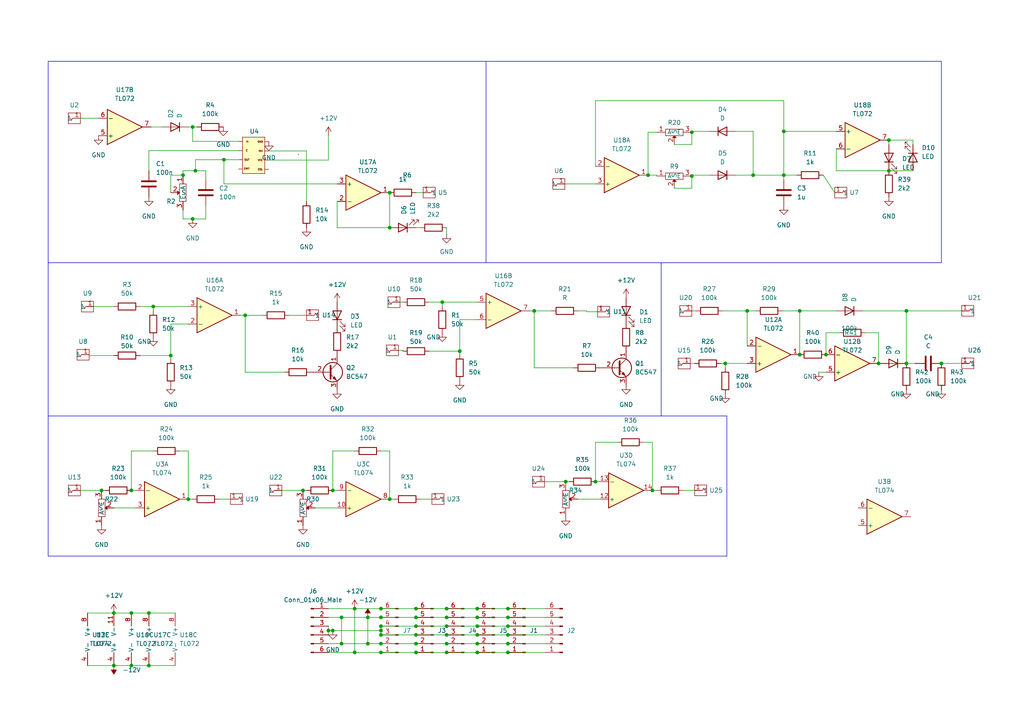
<source format=kicad_sch>
(kicad_sch (version 20230121) (generator eeschema)
  (paper "A4")
  (title_block (title "Utility by github.com/Fihdi"))
  (lib_symbols
    (symbol "Amplifier_Operational:TL072" (pin_names (offset 0.127))
      (property "Reference" "U" (at 0 5.08 0))
      (property "Value" "TL072" (at 0 -5.08 0))
      (symbol "TL072_1_1"
        (pin output line (at 7.62 0 180) (length 2.54) (name "~") (number "1"))
        (pin input line (at -7.62 -2.54 0) (length 2.54) (name "-") (number "2"))
        (pin input line (at -7.62 2.54 0) (length 2.54) (name "+") (number "3"))
      )
      (symbol "TL072_2_1"
        (pin input line (at -7.62 2.54 0) (length 2.54) (name "+") (number "5"))
        (pin input line (at -7.62 -2.54 0) (length 2.54) (name "-") (number "6"))
        (pin output line (at 7.62 0 180) (length 2.54) (name "~") (number "7"))
      )
      (symbol "TL072_3_1"
        (pin power_in line (at -2.54 -7.62 90) (length 3.81) (name "V-") (number "4"))
        (pin power_in line (at -2.54 7.62 270) (length 3.81) (name "V+") (number "8"))
      )
    )
    (symbol "Amplifier_Operational:TL074" (pin_names (offset 0.127))
      (property "Reference" "U" (at 0 5.08 0))
      (property "Value" "TL074" (at 0 -5.08 0))
      (symbol "TL074_1_1"
        (pin output line (at 7.62 0 180) (length 2.54) (name "~") (number "1"))
        (pin input line (at -7.62 -2.54 0) (length 2.54) (name "-") (number "2"))
        (pin input line (at -7.62 2.54 0) (length 2.54) (name "+") (number "3"))
      )
      (symbol "TL074_2_1"
        (pin input line (at -7.62 2.54 0) (length 2.54) (name "+") (number "5"))
        (pin input line (at -7.62 -2.54 0) (length 2.54) (name "-") (number "6"))
        (pin output line (at 7.62 0 180) (length 2.54) (name "~") (number "7"))
      )
      (symbol "TL074_3_1"
        (pin input line (at -7.62 2.54 0) (length 2.54) (name "+") (number "10"))
        (pin output line (at 7.62 0 180) (length 2.54) (name "~") (number "8"))
        (pin input line (at -7.62 -2.54 0) (length 2.54) (name "-") (number "9"))
      )
      (symbol "TL074_4_1"
        (pin input line (at -7.62 2.54 0) (length 2.54) (name "+") (number "12"))
        (pin input line (at -7.62 -2.54 0) (length 2.54) (name "-") (number "13"))
        (pin output line (at 7.62 0 180) (length 2.54) (name "~") (number "14"))
      )
      (symbol "TL074_5_1"
        (pin power_in line (at -2.54 -7.62 90) (length 3.81) (name "V-") (number "11"))
        (pin power_in line (at -2.54 7.62 270) (length 3.81) (name "V+") (number "4"))
      )
    )
    (symbol "Connector:Conn_01x06_Male" (pin_names (offset 1.016) hide)
      (property "Reference" "J" (at 0 7.62 0))
      (property "Value" "Conn_01x06_Male" (at 0 -10.16 0))
      (symbol "Conn_01x06_Male_1_1"
        (pin passive line (at 5.08 5.08 180) (length 3.81) (name "Pin_1") (number "1"))
        (pin passive line (at 5.08 2.54 180) (length 3.81) (name "Pin_2") (number "2"))
        (pin passive line (at 5.08 0 180) (length 3.81) (name "Pin_3") (number "3"))
        (pin passive line (at 5.08 -2.54 180) (length 3.81) (name "Pin_4") (number "4"))
        (pin passive line (at 5.08 -5.08 180) (length 3.81) (name "Pin_5") (number "5"))
        (pin passive line (at 5.08 -7.62 180) (length 3.81) (name "Pin_6") (number "6"))
      )
    )
    (symbol "Device:C" (pin_numbers hide) (pin_names (offset 0.254))
      (property "Reference" "C" (at 0.635 2.54 0))
      (property "Value" "C" (at 0.635 -2.54 0))
      (symbol "C_1_1"
        (pin passive line (at 0 3.81 270) (length 2.794) (name "~") (number "1"))
        (pin passive line (at 0 -3.81 90) (length 2.794) (name "~") (number "2"))
      )
    )
    (symbol "Device:D" (pin_numbers hide) (pin_names (offset 1.016) hide)
      (property "Reference" "D" (at 0 2.54 0))
      (property "Value" "D" (at 0 -2.54 0))
      (symbol "D_1_1"
        (pin passive line (at -3.81 0 0) (length 2.54) (name "K") (number "1"))
        (pin passive line (at 3.81 0 180) (length 2.54) (name "A") (number "2"))
      )
    )
    (symbol "Device:LED" (pin_numbers hide) (pin_names (offset 1.016) hide)
      (property "Reference" "D" (at 0 2.54 0))
      (property "Value" "LED" (at 0 -2.54 0))
      (symbol "LED_1_1"
        (pin passive line (at -3.81 0 0) (length 2.54) (name "K") (number "1"))
        (pin passive line (at 3.81 0 180) (length 2.54) (name "A") (number "2"))
      )
    )
    (symbol "Device:R" (pin_numbers hide) (pin_names (offset 0))
      (property "Reference" "R" (at 2.032 0 90))
      (property "Value" "R" (at 0 0 90))
      (symbol "R_1_1"
        (pin passive line (at 0 3.81 270) (length 1.27) (name "~") (number "1"))
        (pin passive line (at 0 -3.81 90) (length 1.27) (name "~") (number "2"))
      )
    )
    (symbol "HEJ:AlpsPot"
      (property "Reference" "R" (at -6.35 2.54 0))
      (symbol "AlpsPot_1_1"
        (pin passive line (at -3.556 -3.81 90) (length 2.54) (name "A") (number "1"))
        (pin passive line (at 0 1.27 180) (length 2.54) (name "S") (number "2"))
        (pin passive line (at -3.556 6.35 270) (length 2.54) (name "E") (number "3"))
        (pin no_connect line (at -11.684 0 270) (length 2.54) hide (name "NC") (number "4"))
        (pin no_connect line (at -13.716 0 270) (length 2.54) hide (name "NC") (number "5"))
        (pin no_connect line (at -16.002 0 270) (length 2.54) hide (name "NC") (number "6"))
      )
    )
    (symbol "HEJ:Aux_flush"
      (property "Reference" "U" (at -0.0508 5.3848 0))
      (symbol "Aux_flush_1_1"
        (pin bidirectional line (at 1.7272 0 180) (length 2) (name "1") (number "1"))
      )
    )
    (symbol "HEJ:LM2907"
      (property "Reference" "U" (at 0.0508 4.826 0))
      (symbol "LM2907_0_0"
        (text "C" (at -2.0828 -0.4572 0) (effects (font (size 0.5 0.5))))
        (text "COL" (at 1.8288 -5.9436 0) (effects (font (size 0.5 0.5))))
        (text "EMIT" (at -2.0828 -5.7404 0) (effects (font (size 0.5 0.5))))
        (text "GND" (at 1.8288 2.0828 0) (effects (font (size 0.5 0.5))))
        (text "In" (at -1.9304 2.1336 0) (effects (font (size 0.5 0.5))))
        (text "INV" (at 1.9304 -0.6096 0) (effects (font (size 0.5 0.5))))
        (text "OUT" (at -2.032 -3.1496 0) (effects (font (size 0.5 0.5))))
        (text "VCC" (at 1.8288 -3.2512 0) (effects (font (size 0.5 0.5))))
      )
      (symbol "LM2907_1_1"
        (pin input line (at -4.3688 2.1844 180) (length 2.54) hide (name "1") (number "1"))
        (pin input line (at -4.4704 -0.508 180) (length 2.54) hide (name "2") (number "2"))
        (pin input line (at -4.4196 -3.1496 180) (length 2.54) hide (name "3") (number "3"))
        (pin input line (at -4.4704 -5.842 180) (length 2.54) hide (name "4") (number "4"))
        (pin input line (at 4.2164 -5.9436 180) (length 2.54) hide (name "5") (number "5"))
        (pin input line (at 4.318 -3.2512 180) (length 2.54) hide (name "6") (number "6"))
        (pin input line (at 4.2164 -0.6096 180) (length 2.54) hide (name "7") (number "7"))
        (pin input line (at 4.318 2.0828 180) (length 2.54) hide (name "8") (number "8"))
      )
    )
    (symbol "Transistor_BJT:BC547" (pin_names (offset 0) hide)
      (property "Reference" "Q" (at 5.08 1.905 0))
      (property "Value" "BC547" (at 5.08 0 0))
      (symbol "BC547_1_1"
        (pin passive line (at 2.54 5.08 270) (length 2.54) (name "C") (number "1"))
        (pin input line (at -5.08 0 0) (length 5.08) (name "B") (number "2"))
        (pin passive line (at 2.54 -5.08 90) (length 2.54) (name "E") (number "3"))
      )
    )
    (symbol "power:+12V" (power) (pin_names (offset 0))
      (property "Value" "+12V" (at 0 3.556 0))
      (symbol "+12V_1_1"
        (pin power_in line (at 0 0 90) (length 0) hide (name "+12V") (number "1"))
      )
    )
    (symbol "power:-12V" (power) (pin_names (offset 0))
      (property "Value" "-12V" (at 0 3.81 0))
      (symbol "-12V_0_0"
        (pin power_in line (at 0 0 90) (length 0) hide (name "-12V") (number "1"))
      )
    )
    (symbol "power:GND" (power) (pin_names (offset 0))
      (property "Value" "GND" (at 0 -3.81 0))
      (symbol "GND_1_1"
        (pin power_in line (at 0 0 270) (length 0) hide (name "GND") (number "1"))
      )
    )
  )
  (junction (at 147.32 189.23))
  (junction (at 71.12 91.44))
  (junction (at 227.33 50.8))
  (junction (at 129.54 189.23))
  (junction (at 38.1 193.04))
  (junction (at 227.33 38.1))
  (junction (at 231.9528 90.17))
  (junction (at 99.06 186.69))
  (junction (at 33.02 177.8))
  (junction (at 96.52 182.88))
  (junction (at 106.68 179.07))
  (junction (at 44.45 88.9))
  (junction (at 257.81 49.53))
  (junction (at 120.65 189.23))
  (junction (at 200.66 38.354))
  (junction (at 147.32 179.07))
  (junction (at 120.65 181.61))
  (junction (at 147.32 176.53))
  (junction (at 200.66 51.054))
  (junction (at 43.18 193.04))
  (junction (at 120.65 176.53))
  (junction (at 120.65 186.69))
  (junction (at 138.43 176.53))
  (junction (at 33.02 193.04))
  (junction (at 102.87 189.23))
  (junction (at 254.8128 105.41))
  (junction (at 129.54 186.69))
  (junction (at 49.53 103.124))
  (junction (at 133.35 101.854))
  (junction (at 110.49 184.15))
  (junction (at 120.65 184.15))
  (junction (at 147.32 186.69))
  (junction (at 110.49 176.53))
  (junction (at 110.49 181.61))
  (junction (at 95.25 182.88))
  (junction (at 189.23 142.24))
  (junction (at 147.32 181.61))
  (junction (at 262.89 105.41))
  (junction (at 216.7128 90.17))
  (junction (at 64.9456 46.3296))
  (junction (at 187.96 50.8))
  (junction (at 55.88 36.83))
  (junction (at 53.086 50.8))
  (junction (at 262.89 90.17))
  (junction (at 113.03 66.04))
  (junction (at 147.32 184.15))
  (junction (at 128.27 87.63))
  (junction (at 102.87 176.53))
  (junction (at 218.44 50.8))
  (junction (at 138.43 189.23))
  (junction (at 54.61 144.78))
  (junction (at 273.05 105.41))
  (junction (at 113.03 55.88))
  (junction (at 129.54 179.07))
  (junction (at 110.49 179.07))
  (junction (at 96.52 142.24))
  (junction (at 38.1 142.24))
  (junction (at 172.72 139.7))
  (junction (at 55.88 63.5))
  (junction (at 120.65 179.07))
  (junction (at 87.884 142.24))
  (junction (at 106.68 186.69))
  (junction (at 138.43 179.07))
  (junction (at 129.54 176.53))
  (junction (at 113.03 144.78))
  (junction (at 110.49 189.23))
  (junction (at 154.94 90.17))
  (junction (at 138.43 181.61))
  (junction (at 110.49 186.69))
  (junction (at 231.9528 102.87))
  (junction (at 129.54 184.15))
  (junction (at 43.18 177.8))
  (junction (at 29.464 142.24))
  (junction (at 257.81 40.64))
  (junction (at 129.54 181.61))
  (junction (at 56.6896 49.53))
  (junction (at 138.43 184.15))
  (junction (at 99.06 179.07))
  (junction (at 210.3628 105.41))
  (junction (at 239.5728 102.87))
  (junction (at 164.084 139.7))
  (junction (at 38.1 177.8))
  (junction (at 110.49 182.88))
  (junction (at 138.43 186.69))
  (wire (pts (xy 227.33 50.8) (xy 227.33 52.07)))
  (wire (pts (xy 49.53 50.8) (xy 53.086 50.8)))
  (wire (pts (xy 154.94 90.17) (xy 160.02 90.17)))
  (wire (pts (xy 106.68 186.69) (xy 110.49 186.69)))
  (wire (pts (xy 138.43 186.69) (xy 147.32 186.69)))
  (wire (pts (xy 55.88 40.9956) (xy 69.2912 40.9956)))
  (wire (pts (xy 71.12 107.95) (xy 82.55 107.95)))
  (polyline (pts (xy 273.05 76.2) (xy 191.77 76.2)))
  (wire (pts (xy 147.32 176.53) (xy 158.115 176.53)))
  (wire (pts (xy 71.12 91.44) (xy 76.2 91.44)))
  (wire (pts (xy 23.3172 142.24) (xy 29.464 142.24)))
  (wire (pts (xy 133.35 101.854) (xy 133.35 102.87)))
  (wire (pts (xy 110.49 189.23) (xy 120.65 189.23)))
  (wire (pts (xy 25.8572 103.124) (xy 33.02 103.124)))
  (wire (pts (xy 172.72 29.21) (xy 227.33 29.21)))
  (wire (pts (xy 264.795 40.64) (xy 264.795 41.91)))
  (wire (pts (xy 147.32 184.15) (xy 158.115 184.15)))
  (wire (pts (xy 54.61 130.81) (xy 52.07 130.81)))
  (wire (pts (xy 25.4 193.04) (xy 33.02 193.04)))
  (wire (pts (xy 209.0928 105.41) (xy 210.3628 105.41)))
  (wire (pts (xy 59.69 49.53) (xy 59.69 52.07)))
  (wire (pts (xy 49.53 103.124) (xy 49.53 104.14)))
  (wire (pts (xy 95.25 186.69) (xy 99.06 186.69)))
  (wire (pts (xy 38.1 177.8) (xy 43.18 177.8)))
  (wire (pts (xy 53.086 50.8) (xy 53.086 49.53)))
  (wire (pts (xy 147.32 186.69) (xy 158.115 186.69)))
  (wire (pts (xy 121.92 144.78) (xy 125.2728 144.78)))
  (wire (pts (xy 54.61 144.78) (xy 54.61 130.81)))
  (wire (pts (xy 242.57 43.18) (xy 242.57 49.53)))
  (wire (pts (xy 71.12 91.44) (xy 71.12 107.95)))
  (wire (pts (xy 163.83 53.34) (xy 172.72 53.34)))
  (polyline (pts (xy 191.77 120.65) (xy 210.82 120.65)))
  (polyline (pts (xy 13.97 120.65) (xy 13.97 161.29)))
  (wire (pts (xy 250.19 90.17) (xy 262.89 90.17)))
  (wire (pts (xy 198.12 142.24) (xy 201.4728 142.24)))
  (wire (pts (xy 157.9372 139.7) (xy 164.084 139.7)))
  (wire (pts (xy 138.43 179.07) (xy 147.32 179.07)))
  (wire (pts (xy 97.79 66.04) (xy 113.03 66.04)))
  (wire (pts (xy 262.89 105.41) (xy 265.43 105.41)))
  (wire (pts (xy 172.72 48.26) (xy 172.72 29.21)))
  (wire (pts (xy 69.2404 46.3296) (xy 64.9456 46.3296)))
  (wire (pts (xy 44.45 88.9) (xy 54.61 88.9)))
  (wire (pts (xy 120.65 179.07) (xy 129.54 179.07)))
  (wire (pts (xy 172.72 128.27) (xy 179.07 128.27)))
  (wire (pts (xy 110.49 176.53) (xy 120.65 176.53)))
  (wire (pts (xy 38.1 193.04) (xy 43.18 193.04)))
  (wire (pts (xy 200.66 41.91) (xy 200.66 38.354)))
  (wire (pts (xy 95.25 39.37) (xy 95.25 46.4312)))
  (polyline (pts (xy 273.05 17.78) (xy 273.05 76.2)))
  (wire (pts (xy 187.96 50.8) (xy 187.96 38.354)))
  (wire (pts (xy 124.46 101.854) (xy 133.35 101.854)))
  (wire (pts (xy 99.06 179.07) (xy 99.06 186.69)))
  (wire (pts (xy 102.87 176.53) (xy 110.49 176.53)))
  (wire (pts (xy 251.0028 96.52) (xy 254.8128 96.52)))
  (wire (pts (xy 257.81 49.53) (xy 264.795 49.53)))
  (wire (pts (xy 138.43 181.61) (xy 147.32 181.61)))
  (wire (pts (xy 64.9456 46.3296) (xy 56.6896 46.3296)))
  (wire (pts (xy 110.49 181.61) (xy 110.49 182.88)))
  (wire (pts (xy 154.94 106.68) (xy 166.37 106.68)))
  (wire (pts (xy 164.084 139.7) (xy 165.1 139.7)))
  (wire (pts (xy 120.65 184.15) (xy 129.54 184.15)))
  (wire (pts (xy 95.25 181.61) (xy 95.25 182.88)))
  (wire (pts (xy 120.65 186.69) (xy 129.54 186.69)))
  (wire (pts (xy 49.53 93.98) (xy 54.61 93.98)))
  (wire (pts (xy 87.884 142.24) (xy 88.9 142.24)))
  (wire (pts (xy 25.8572 103.124) (xy 25.8572 102.87)))
  (wire (pts (xy 81.7372 142.24) (xy 87.884 142.24)))
  (wire (pts (xy 129.54 67.945) (xy 129.54 66.04)))
  (polyline (pts (xy 140.97 17.78) (xy 273.05 17.78)))
  (polyline (pts (xy 140.97 17.78) (xy 140.97 76.2)))
  (wire (pts (xy 63.5 144.78) (xy 66.8528 144.78)))
  (wire (pts (xy 129.54 179.07) (xy 138.43 179.07)))
  (wire (pts (xy 56.6896 49.53) (xy 59.69 49.53)))
  (wire (pts (xy 77.8764 43.7896) (xy 88.9 43.7896)))
  (wire (pts (xy 200.2028 105.41) (xy 201.4728 105.41)))
  (wire (pts (xy 110.49 186.69) (xy 120.65 186.69)))
  (wire (pts (xy 154.94 90.17) (xy 153.67 90.17)))
  (wire (pts (xy 273.05 105.41) (xy 278.9428 105.41)))
  (wire (pts (xy 43.18 193.04) (xy 50.8 193.04)))
  (wire (pts (xy 189.23 142.24) (xy 190.5 142.24)))
  (wire (pts (xy 120.65 176.53) (xy 129.54 176.53)))
  (wire (pts (xy 187.96 50.8) (xy 190.5 50.8)))
  (wire (pts (xy 195.58 54.61) (xy 200.66 54.61)))
  (wire (pts (xy 33.02 193.04) (xy 38.1 193.04)))
  (polyline (pts (xy 13.97 161.29) (xy 210.82 161.29)))
  (wire (pts (xy 95.25 179.07) (xy 99.06 179.07)))
  (wire (pts (xy 216.7128 90.17) (xy 219.2528 90.17)))
  (wire (pts (xy 227.33 50.8) (xy 231.14 50.8)))
  (wire (pts (xy 200.66 50.8) (xy 205.74 50.8)))
  (wire (pts (xy 218.44 50.8) (xy 227.33 50.8)))
  (wire (pts (xy 43.815 36.83) (xy 46.99 36.83)))
  (wire (pts (xy 53.086 49.53) (xy 56.6896 49.53)))
  (wire (pts (xy 172.72 128.27) (xy 172.72 139.7)))
  (wire (pts (xy 29.464 142.24) (xy 30.48 142.24)))
  (polyline (pts (xy 13.97 120.65) (xy 13.97 76.2)))
  (wire (pts (xy 227.33 38.1) (xy 227.33 50.8)))
  (wire (pts (xy 239.5728 102.87) (xy 239.5728 96.52)))
  (wire (pts (xy 262.89 90.17) (xy 262.89 105.41)))
  (wire (pts (xy 237.49 107.95) (xy 239.5728 107.95)))
  (wire (pts (xy 71.12 91.44) (xy 69.85 91.44)))
  (wire (pts (xy 113.03 66.04) (xy 113.03 55.88)))
  (wire (pts (xy 210.3628 105.41) (xy 210.3628 106.68)))
  (wire (pts (xy 213.36 38.1) (xy 218.44 38.1)))
  (wire (pts (xy 124.46 87.63) (xy 128.27 87.63)))
  (wire (pts (xy 25.4 177.8) (xy 33.02 177.8)))
  (wire (pts (xy 110.49 181.61) (xy 120.65 181.61)))
  (wire (pts (xy 49.53 55.88) (xy 49.53 50.8)))
  (wire (pts (xy 170.18 90.424) (xy 170.18 90.17)))
  (wire (pts (xy 113.03 144.78) (xy 113.03 130.81)))
  (wire (pts (xy 83.82 91.44) (xy 88.9 91.44)))
  (wire (pts (xy 95.25 182.88) (xy 96.52 182.88)))
  (wire (pts (xy 53.086 60.96) (xy 53.086 63.5)))
  (wire (pts (xy 110.49 182.88) (xy 110.49 184.15)))
  (wire (pts (xy 138.43 189.23) (xy 147.32 189.23)))
  (wire (pts (xy 96.52 130.81) (xy 102.87 130.81)))
  (wire (pts (xy 231.9528 102.87) (xy 231.9528 90.17)))
  (wire (pts (xy 99.06 179.07) (xy 106.68 179.07)))
  (wire (pts (xy 209.55 90.17) (xy 216.7128 90.17)))
  (polyline (pts (xy 13.97 17.78) (xy 140.97 17.78)))
  (wire (pts (xy 102.87 176.53) (xy 102.87 189.23)))
  (wire (pts (xy 40.64 103.124) (xy 49.53 103.124)))
  (polyline (pts (xy 191.77 76.2) (xy 191.77 120.65)))
  (wire (pts (xy 27.1272 88.9) (xy 33.02 88.9)))
  (wire (pts (xy 56.6896 46.3296) (xy 56.6896 49.53)))
  (wire (pts (xy 129.54 186.69) (xy 138.43 186.69)))
  (wire (pts (xy 64.9456 53.34) (xy 64.9456 46.3296)))
  (wire (pts (xy 102.87 189.23) (xy 110.49 189.23)))
  (polyline (pts (xy 191.77 120.65) (xy 13.97 120.65)))
  (wire (pts (xy 173.3249 90.424) (xy 170.18 90.424)))
  (wire (pts (xy 96.52 142.24) (xy 97.79 142.24)))
  (wire (pts (xy 129.54 181.61) (xy 138.43 181.61)))
  (wire (pts (xy 238.76 50.8) (xy 242.1128 55.88)))
  (wire (pts (xy 106.68 179.07) (xy 106.68 186.69)))
  (wire (pts (xy 190.5 50.8) (xy 190.5 51.054)))
  (wire (pts (xy 33.02 147.32) (xy 39.37 147.32)))
  (wire (pts (xy 97.79 53.34) (xy 64.9456 53.34)))
  (wire (pts (xy 200.66 38.1) (xy 200.66 38.354)))
  (wire (pts (xy 116.84 101.6) (xy 116.84 101.854)))
  (wire (pts (xy 254.8128 105.41) (xy 255.27 105.41)))
  (wire (pts (xy 167.64 144.78) (xy 173.99 144.78)))
  (wire (pts (xy 113.03 130.81) (xy 110.49 130.81)))
  (wire (pts (xy 189.23 128.27) (xy 186.69 128.27)))
  (wire (pts (xy 172.72 139.7) (xy 173.99 139.7)))
  (wire (pts (xy 216.7128 100.33) (xy 216.7128 90.17)))
  (wire (pts (xy 95.25 182.88) (xy 95.25 184.15)))
  (wire (pts (xy 200.66 38.1) (xy 205.74 38.1)))
  (wire (pts (xy 38.1 130.81) (xy 44.45 130.81)))
  (wire (pts (xy 133.35 101.854) (xy 133.35 92.71)))
  (wire (pts (xy 33.02 177.8) (xy 38.1 177.8)))
  (wire (pts (xy 40.64 88.9) (xy 44.45 88.9)))
  (wire (pts (xy 110.49 184.15) (xy 120.65 184.15)))
  (wire (pts (xy 97.79 58.42) (xy 97.79 66.04)))
  (wire (pts (xy 218.44 38.1) (xy 218.44 50.8)))
  (wire (pts (xy 49.53 103.124) (xy 49.53 93.98)))
  (wire (pts (xy 213.36 50.8) (xy 218.44 50.8)))
  (wire (pts (xy 91.44 147.32) (xy 97.79 147.32)))
  (wire (pts (xy 99.06 186.69) (xy 106.68 186.69)))
  (wire (pts (xy 120.65 181.61) (xy 129.54 181.61)))
  (wire (pts (xy 55.88 63.5) (xy 59.69 63.5)))
  (wire (pts (xy 113.03 144.78) (xy 114.3 144.78)))
  (wire (pts (xy 200.66 50.8) (xy 200.66 51.054)))
  (wire (pts (xy 227.33 38.1) (xy 242.57 38.1)))
  (wire (pts (xy 106.68 179.07) (xy 110.49 179.07)))
  (wire (pts (xy 53.086 63.5) (xy 55.88 63.5)))
  (wire (pts (xy 95.25 176.53) (xy 102.87 176.53)))
  (wire (pts (xy 129.54 176.53) (xy 138.43 176.53)))
  (wire (pts (xy 239.5728 96.52) (xy 243.3828 96.52)))
  (wire (pts (xy 96.52 130.81) (xy 96.52 142.24)))
  (wire (pts (xy 116.0272 87.63) (xy 116.84 87.63)))
  (polyline (pts (xy 13.97 17.78) (xy 13.97 76.2)))
  (wire (pts (xy 128.27 87.63) (xy 138.43 87.63)))
  (wire (pts (xy 147.32 181.61) (xy 158.115 181.61)))
  (wire (pts (xy 96.52 182.88) (xy 110.49 182.88)))
  (wire (pts (xy 54.61 144.78) (xy 55.88 144.78)))
  (wire (pts (xy 43.18 43.688) (xy 43.18 49.53)))
  (wire (pts (xy 23.3172 34.29) (xy 28.575 34.29)))
  (wire (pts (xy 231.9528 90.17) (xy 242.57 90.17)))
  (wire (pts (xy 38.1 130.81) (xy 38.1 142.24)))
  (wire (pts (xy 189.23 142.24) (xy 189.23 128.27)))
  (wire (pts (xy 254.8128 105.41) (xy 254.8128 96.52)))
  (wire (pts (xy 262.89 90.17) (xy 278.9428 90.17)))
  (wire (pts (xy 138.43 176.53) (xy 147.32 176.53)))
  (wire (pts (xy 59.69 63.5) (xy 59.69 59.69)))
  (wire (pts (xy 120.65 66.04) (xy 121.92 66.04)))
  (wire (pts (xy 69.1896 43.688) (xy 43.18 43.688)))
  (wire (pts (xy 54.61 36.83) (xy 55.88 36.83)))
  (wire (pts (xy 38.1 142.24) (xy 39.37 142.24)))
  (wire (pts (xy 200.66 54.61) (xy 200.66 51.054)))
  (wire (pts (xy 95.25 189.23) (xy 102.87 189.23)))
  (polyline (pts (xy 140.97 76.2) (xy 191.77 76.2)))
  (wire (pts (xy 200.66 90.17) (xy 201.93 90.17)))
  (wire (pts (xy 88.9 58.42) (xy 88.9 43.7896)))
  (wire (pts (xy 257.81 41.91) (xy 257.81 40.64)))
  (wire (pts (xy 227.33 29.21) (xy 227.33 38.1)))
  (wire (pts (xy 242.57 49.53) (xy 257.81 49.53)))
  (wire (pts (xy 154.94 90.17) (xy 154.94 106.68)))
  (polyline (pts (xy 210.82 161.29) (xy 210.82 120.65)))
  (wire (pts (xy 226.8728 90.17) (xy 231.9528 90.17)))
  (wire (pts (xy 43.18 177.8) (xy 50.8 177.8)))
  (wire (pts (xy 55.88 36.83) (xy 57.15 36.83)))
  (polyline (pts (xy 140.97 76.2) (xy 13.97 76.2)))
  (wire (pts (xy 115.57 101.6) (xy 116.84 101.6)))
  (wire (pts (xy 195.58 41.91) (xy 200.66 41.91)))
  (wire (pts (xy 133.35 92.71) (xy 138.43 92.71)))
  (wire (pts (xy 110.49 179.07) (xy 120.65 179.07)))
  (wire (pts (xy 187.96 38.354) (xy 190.5 38.354)))
  (wire (pts (xy 257.81 40.64) (xy 264.795 40.64)))
  (wire (pts (xy 128.27 87.63) (xy 128.27 88.9)))
  (wire (pts (xy 138.43 184.15) (xy 147.32 184.15)))
  (wire (pts (xy 210.3628 105.41) (xy 216.7128 105.41)))
  (wire (pts (xy 147.32 189.23) (xy 158.115 189.23)))
  (wire (pts (xy 120.65 189.23) (xy 129.54 189.23)))
  (wire (pts (xy 55.88 36.83) (xy 55.88 40.9956)))
  (wire (pts (xy 147.32 179.07) (xy 158.115 179.07)))
  (wire (pts (xy 95.25 46.4312) (xy 77.978 46.4312)))
  (wire (pts (xy 167.64 90.17) (xy 170.18 90.17)))
  (wire (pts (xy 129.54 189.23) (xy 138.43 189.23)))
  (wire (pts (xy 120.65 55.88) (xy 122.7328 55.88)))
  (wire (pts (xy 129.54 184.15) (xy 138.43 184.15)))
  (wire (pts (xy 44.45 88.9) (xy 44.45 90.17)))
  (symbol (lib_id "power:GND") (at 227.33 59.69 0) (unit 1)
    (property "Reference" "#PWR0104" (effects hide))
    (property "Value" "GND" (at 227.33 65.2781 0))
  )
  (symbol (lib_id "power:GND") (at 43.18 57.15 0) (unit 1)
    (property "Reference" "#PWR0114" (effects hide))
    (property "Value" "GND" (at 43.18 62.7381 0))
  )
  (symbol (lib_id "Device:D") (at 50.8 36.83 180) (unit 1)
    (property "Reference" "D2" (at 49.5299 34.29 90) (effects (justify right)))
    (property "Value" "D" (at 52.0699 34.29 90) (effects (justify right)))
    (property "Footprint" "Diode_THT:D_A-405_P7.62mm_Horizontal" (effects hide))
  )
  (symbol (lib_id "power:+12V") (at 33.02 177.8 0) (unit 1)
    (property "Reference" "#PWR0108" (effects hide))
    (property "Value" "+12V" (at 33.02 172.72 0))
  )
  (symbol (lib_id "HEJ:Aux_flush") (at 198.4756 105.41 0) (unit 1)
    (property "Reference" "U15" (at 198.4502 101.6 0))
    (property "Value" "Aux_flush" (effects hide))
    (property "Footprint" "Library:aux_flush" (effects hide))
  )
  (symbol (lib_id "HEJ:AlpsPot") (at 33.02 148.59 0) (unit 1)
    (property "Reference" "R22" (at 34.29 144.78 0) (effects (justify right)))
    (property "Value" "AlpsPot" (effects hide))
    (property "Footprint" "pretties:AlpsPot" (effects hide))
  )
  (symbol (lib_id "Amplifier_Operational:TL074") (at 105.41 144.78 0) (mirror x) (unit 3)
    (property "Reference" "U3" (at 105.41 134.62 0))
    (property "Value" "TL074" (at 105.41 137.16 0))
    (property "Footprint" "Package_DIP:DIP-14_W7.62mm" (effects hide))
    (property "Datasheet" "http://www.ti.com/lit/ds/symlink/tl071.pdf" (effects hide))
  )
  (symbol (lib_id "Device:R") (at 273.05 109.22 180) (unit 1)
    (property "Reference" "R43" (at 275.59 107.95 0) (effects (justify right)))
    (property "Value" "100k" (at 275.59 110.49 0) (effects (justify right)))
    (property "Footprint" "Resistor_THT:R_Axial_DIN0207_L6.3mm_D2.5mm_P7.62mm_Horizontal" (effects hide))
  )
  (symbol (lib_id "Connector:Conn_01x06_Male") (at 134.62 184.15 180) (unit 1)
    (property "Reference" "J4" (at 135.89 182.8799 0) (effects (justify right)))
    (property "Value" "Conn_01x06_Male" (effects hide))
    (property "Footprint" "Connector_PinHeader_2.54mm:PinHeader_1x06_P2.54mm_Vertical" (effects hide))
  )
  (symbol (lib_id "HEJ:Aux_flush") (at 280.67 90.17 180) (unit 1)
    (property "Reference" "U21" (at 280.67 86.36 0) (effects (justify right)))
    (property "Value" "Aux_flush" (effects hide))
    (property "Footprint" "Library:aux_flush" (effects hide))
  )
  (symbol (lib_id "Device:R") (at 262.89 109.22 180) (unit 1)
    (property "Reference" "R42" (at 265.43 107.95 0) (effects (justify right)))
    (property "Value" "100k" (at 265.43 110.49 0) (effects (justify right)))
    (property "Footprint" "Resistor_THT:R_Axial_DIN0207_L6.3mm_D2.5mm_P7.62mm_Horizontal" (effects hide))
  )
  (symbol (lib_id "power:+12V") (at 97.79 87.63 0) (unit 1)
    (property "Reference" "#PWR0107" (effects hide))
    (property "Value" "+12V" (at 97.79 82.55 0))
  )
  (symbol (lib_id "Connector:Conn_01x06_Male") (at 125.73 184.15 180) (unit 1)
    (property "Reference" "J3" (at 127 182.8799 0) (effects (justify right)))
    (property "Value" "Conn_01x06_Male" (effects hide))
    (property "Footprint" "Connector_PinHeader_2.54mm:PinHeader_1x06_P2.54mm_Vertical" (effects hide))
  )
  (symbol (lib_id "power:GND") (at 44.45 97.79 0) (unit 1)
    (property "Reference" "#PWR0105" (effects hide))
    (property "Value" "GND" (at 41.91 99.06 0))
  )
  (symbol (lib_id "Amplifier_Operational:TL072") (at 224.3328 102.87 0) (mirror x) (unit 1)
    (property "Reference" "U12" (at 224.3328 92.71 0))
    (property "Value" "TL072" (at 224.3328 95.25 0))
    (property "Footprint" "Package_DIP:DIP-8_W7.62mm" (effects hide))
    (property "Datasheet" "http://www.ti.com/lit/ds/symlink/tl071.pdf" (effects hide))
  )
  (symbol (lib_id "Connector:Conn_01x06_Male") (at 115.57 184.15 180) (unit 1)
    (property "Reference" "J7" (at 116.84 182.8799 0) (effects (justify right)))
    (property "Value" "Conn_01x06_Male" (effects hide))
    (property "Footprint" "Connector_PinHeader_2.54mm:PinHeader_1x06_P2.54mm_Vertical" (effects hide))
  )
  (symbol (lib_id "HEJ:LM2907") (at 73.66 43.18 0) (unit 1)
    (property "Reference" "U4" (at 72.39 38.1 0) (effects (justify left)))
    (property "Value" "LM2907" (effects hide))
    (property "Footprint" "Package_DIP:DIP-8_W7.62mm" (effects hide))
  )
  (symbol (lib_id "Device:R") (at 182.88 128.27 270) (unit 1)
    (property "Reference" "R36" (at 182.88 121.92 90))
    (property "Value" "100k" (at 182.88 124.46 90))
    (property "Footprint" "Resistor_THT:R_Axial_DIN0207_L6.3mm_D2.5mm_P7.62mm_Horizontal" (effects hide))
  )
  (symbol (lib_id "Device:R") (at 125.73 66.04 270) (unit 1)
    (property "Reference" "R38" (at 125.73 59.69 90))
    (property "Value" "2k2" (at 125.73 62.23 90))
    (property "Footprint" "Resistor_THT:R_Axial_DIN0207_L6.3mm_D2.5mm_P7.62mm_Horizontal" (effects hide))
  )
  (symbol (lib_id "HEJ:AlpsPot") (at 194.31 54.61 270) (unit 1)
    (property "Reference" "R9" (at 195.58 48.26 90))
    (property "Value" "1M" (effects hide))
    (property "Footprint" "pretties:AlpsPot" (effects hide))
  )
  (symbol (lib_id "power:GND") (at 273.05 113.03 0) (unit 1)
    (property "Reference" "#PWR0127" (effects hide))
    (property "Value" "GND" (at 270.51 114.3 0))
  )
  (symbol (lib_id "HEJ:Aux_flush") (at 80.01 142.24 0) (unit 1)
    (property "Reference" "U22" (at 79.9846 138.43 0))
    (property "Value" "Aux_flush" (effects hide))
    (property "Footprint" "Library:aux_flush" (effects hide))
  )
  (symbol (lib_id "Device:R") (at 36.83 103.124 270) (unit 1)
    (property "Reference" "R10" (at 36.83 97.79 90))
    (property "Value" "50k" (at 36.83 100.33 90))
    (property "Footprint" "Resistor_THT:R_Axial_DIN0207_L6.3mm_D2.5mm_P7.62mm_Horizontal" (effects hide))
  )
  (symbol (lib_id "Device:C") (at 43.18 53.34 0) (unit 1)
    (property "Reference" "C1" (at 45.212 47.498 0) (effects (justify left)))
    (property "Value" "100n" (at 45.212 50.038 0) (effects (justify left)))
    (property "Footprint" "Capacitor_THT:C_Axial_L3.8mm_D2.6mm_P7.50mm_Horizontal" (effects hide))
  )
  (symbol (lib_id "Device:R") (at 210.3628 110.49 180) (unit 1)
    (property "Reference" "R28" (at 213.36 109.22 0) (effects (justify right)))
    (property "Value" "100k" (at 213.36 111.76 0) (effects (justify right)))
    (property "Footprint" "Resistor_THT:R_Axial_DIN0207_L6.3mm_D2.5mm_P7.62mm_Horizontal" (effects hide))
  )
  (symbol (lib_id "Device:D") (at 209.55 38.1 0) (unit 1)
    (property "Reference" "D4" (at 209.55 31.75 0))
    (property "Value" "D" (at 209.55 34.29 0))
    (property "Footprint" "Diode_THT:D_A-405_P7.62mm_Horizontal" (effects hide))
  )
  (symbol (lib_id "power:GND") (at 257.81 57.15 0) (unit 1)
    (property "Reference" "#PWR0120" (effects hide))
    (property "Value" "GND" (at 257.81 62.7381 0))
  )
  (symbol (lib_id "Device:R") (at 235.7628 102.87 270) (unit 1)
    (property "Reference" "R40" (at 235.7628 96.52 90))
    (property "Value" "100k" (at 235.7628 99.06 90))
    (property "Footprint" "Resistor_THT:R_Axial_DIN0207_L6.3mm_D2.5mm_P7.62mm_Horizontal" (effects hide))
  )
  (symbol (lib_id "HEJ:Aux_flush") (at 198.9328 90.17 0) (unit 1)
    (property "Reference" "U20" (at 198.9074 86.36 0))
    (property "Value" "Aux_flush" (effects hide))
    (property "Footprint" "Library:aux_flush" (effects hide))
  )
  (symbol (lib_id "Device:LED") (at 116.84 66.04 180) (unit 1)
    (property "Reference" "D6" (at 117.1574 62.23 90) (effects (justify right)))
    (property "Value" "LED" (at 119.6974 62.23 90) (effects (justify right)))
    (property "Footprint" "LED_THT:LED_D5.0mm" (effects hide))
  )
  (symbol (lib_id "Device:R") (at 257.81 53.34 180) (unit 1)
    (property "Reference" "R39" (at 260.35 52.07 0) (effects (justify right)))
    (property "Value" "2k2" (at 260.35 54.61 0) (effects (justify right)))
    (property "Footprint" "Resistor_THT:R_Axial_DIN0207_L6.3mm_D2.5mm_P7.62mm_Horizontal" (effects hide))
  )
  (symbol (lib_id "Amplifier_Operational:TL072") (at 180.34 50.8 0) (mirror x) (unit 1)
    (property "Reference" "U18" (at 180.34 40.64 0))
    (property "Value" "TL072" (at 180.34 43.18 0))
    (property "Footprint" "Package_DIP:DIP-8_W7.62mm" (effects hide))
    (property "Datasheet" "http://www.ti.com/lit/ds/symlink/tl071.pdf" (effects hide))
  )
  (symbol (lib_id "Amplifier_Operational:TL072") (at 105.41 55.88 0) (unit 1)
    (property "Reference" "U17" (at 106.68 46.99 0))
    (property "Value" "TL072" (at 106.68 49.53 0))
    (property "Footprint" "Package_DIP:DIP-8_W7.62mm" (effects hide))
    (property "Datasheet" "http://www.ti.com/lit/ds/symlink/tl071.pdf" (effects hide))
  )
  (symbol (lib_id "Device:C") (at 269.24 105.41 90) (unit 1)
    (property "Reference" "C4" (at 269.24 97.79 90))
    (property "Value" "C" (at 269.24 100.33 90))
    (property "Footprint" "Capacitor_THT:C_Axial_L3.8mm_D2.6mm_P7.50mm_Horizontal" (effects hide))
  )
  (symbol (lib_id "Amplifier_Operational:TL074") (at 35.56 185.42 0) (mirror x) (unit 5)
    (property "Reference" "U3" (at 31.75 184.1499 0) (effects (justify right)))
    (property "Value" "TL074" (at 31.75 186.6899 0) (effects (justify right)))
    (property "Footprint" "Package_DIP:DIP-14_W7.62mm" (effects hide))
    (property "Datasheet" "http://www.ti.com/lit/ds/symlink/tl071.pdf" (effects hide))
  )
  (symbol (lib_id "HEJ:Aux_flush") (at 114.3 87.63 0) (unit 1)
    (property "Reference" "U10" (at 114.2746 83.82 0))
    (property "Value" "Aux_flush" (effects hide))
    (property "Footprint" "Library:aux_flush" (effects hide))
  )
  (symbol (lib_id "Device:R") (at 194.31 142.24 270) (unit 1)
    (property "Reference" "R37" (at 194.31 135.89 90))
    (property "Value" "1k" (at 194.31 138.43 90))
    (property "Footprint" "Resistor_THT:R_Axial_DIN0207_L6.3mm_D2.5mm_P7.62mm_Horizontal" (effects hide))
  )
  (symbol (lib_id "Device:R") (at 97.79 99.06 180) (unit 1)
    (property "Reference" "R17" (at 100.33 97.7899 0) (effects (justify right)))
    (property "Value" "2k2" (at 100.33 100.3299 0) (effects (justify right)))
    (property "Footprint" "Resistor_THT:R_Axial_DIN0207_L6.3mm_D2.5mm_P7.62mm_Horizontal" (effects hide))
  )
  (symbol (lib_id "Amplifier_Operational:TL072") (at 53.34 185.42 0) (unit 3)
    (property "Reference" "U18" (at 52.07 184.1499 0) (effects (justify left)))
    (property "Value" "TL072" (at 52.07 186.6899 0) (effects (justify left)))
    (property "Datasheet" "http://www.ti.com/lit/ds/symlink/tl071.pdf" (effects hide))
  )
  (symbol (lib_id "Device:R") (at 86.36 107.95 270) (unit 1)
    (property "Reference" "R16" (at 86.36 101.6 90))
    (property "Value" "10k" (at 86.36 104.14 90))
    (property "Footprint" "Resistor_THT:R_Axial_DIN0207_L6.3mm_D2.5mm_P7.62mm_Horizontal" (effects hide))
  )
  (symbol (lib_id "HEJ:Aux_flush") (at 156.21 139.7 0) (unit 1)
    (property "Reference" "U24" (at 156.1846 135.89 0))
    (property "Value" "Aux_flush" (effects hide))
    (property "Footprint" "Library:aux_flush" (effects hide))
  )
  (symbol (lib_id "HEJ:AlpsPot") (at 167.64 146.05 0) (unit 1)
    (property "Reference" "R34" (at 168.91 142.24 0) (effects (justify right)))
    (property "Value" "AlpsPot" (effects hide))
    (property "Footprint" "pretties:AlpsPot" (effects hide))
  )
  (symbol (lib_id "Device:R") (at 48.26 130.81 270) (unit 1)
    (property "Reference" "R24" (at 48.26 124.46 90))
    (property "Value" "100k" (at 48.26 127 90))
    (property "Footprint" "Resistor_THT:R_Axial_DIN0207_L6.3mm_D2.5mm_P7.62mm_Horizontal" (effects hide))
  )
  (symbol (lib_id "Device:R") (at 181.61 97.79 180) (unit 1)
    (property "Reference" "R8" (at 184.15 96.5199 0) (effects (justify right)))
    (property "Value" "2k2" (at 184.15 99.0599 0) (effects (justify right)))
    (property "Footprint" "Resistor_THT:R_Axial_DIN0207_L6.3mm_D2.5mm_P7.62mm_Horizontal" (effects hide))
  )
  (symbol (lib_id "HEJ:Aux_flush") (at 25.4 88.9 0) (unit 1)
    (property "Reference" "U9" (at 25.3746 85.09 0))
    (property "Value" "Aux_flush" (effects hide))
    (property "Footprint" "Library:aux_flush" (effects hide))
  )
  (symbol (lib_id "power:GND") (at 88.9 66.04 0) (unit 1)
    (property "Reference" "#PWR0106" (effects hide))
    (property "Value" "GND" (at 88.9 71.6281 0))
  )
  (symbol (lib_id "Device:R") (at 205.2828 105.41 270) (unit 1)
    (property "Reference" "R26" (at 205.2828 99.06 90))
    (property "Value" "100k" (at 205.2828 101.6 90))
    (property "Footprint" "Resistor_THT:R_Axial_DIN0207_L6.3mm_D2.5mm_P7.62mm_Horizontal" (effects hide))
  )
  (symbol (lib_id "Amplifier_Operational:TL072") (at 247.1928 105.41 0) (mirror x) (unit 2)
    (property "Reference" "U12" (at 247.1928 99.06 0))
    (property "Value" "TL072" (at 247.1928 101.6 0))
    (property "Footprint" "Package_DIP:DIP-8_W7.62mm" (effects hide))
    (property "Datasheet" "http://www.ti.com/lit/ds/symlink/tl071.pdf" (effects hide))
  )
  (symbol (lib_id "HEJ:Aux_flush") (at 124.46 55.88 180) (unit 1)
    (property "Reference" "U5" (at 127 55.8545 0) (effects (justify right)))
    (property "Value" "Aux_flush" (effects hide))
    (property "Footprint" "Library:aux_flush" (effects hide))
  )
  (symbol (lib_id "Device:C") (at 227.33 55.88 0) (unit 1)
    (property "Reference" "C3" (at 231.14 54.61 0) (effects (justify left)))
    (property "Value" "1u" (at 231.14 57.15 0) (effects (justify left)))
    (property "Footprint" "Capacitor_THT:C_Axial_L3.8mm_D2.6mm_P7.50mm_Horizontal" (effects hide))
  )
  (symbol (lib_id "Amplifier_Operational:TL072") (at 36.195 36.83 0) (mirror x) (unit 2)
    (property "Reference" "U17" (at 36.195 26.035 0))
    (property "Value" "TL072" (at 36.195 28.575 0))
    (property "Footprint" "Package_DIP:DIP-8_W7.62mm" (effects hide))
    (property "Datasheet" "http://www.ti.com/lit/ds/symlink/tl071.pdf" (effects hide))
  )
  (symbol (lib_id "power:-12V") (at 106.68 179.07 0) (unit 1)
    (property "Reference" "#PWR0111" (effects hide))
    (property "Value" "-12V" (at 106.68 173.99 0))
  )
  (symbol (lib_id "power:+12V") (at 102.87 176.53 0) (unit 1)
    (property "Reference" "#PWR0110" (effects hide))
    (property "Value" "+12V" (at 102.87 171.45 0))
  )
  (symbol (lib_id "power:GND") (at 129.54 67.945 0) (unit 1)
    (property "Reference" "#PWR0123" (effects hide))
    (property "Value" "GND" (at 129.54 73.025 0))
  )
  (symbol (lib_id "Device:R") (at 128.27 92.71 180) (unit 1)
    (property "Reference" "R1" (at 130.81 91.44 0) (effects (justify right)))
    (property "Value" "50k" (at 130.81 93.98 0) (effects (justify right)))
    (property "Footprint" "Resistor_THT:R_Axial_DIN0207_L6.3mm_D2.5mm_P7.62mm_Horizontal" (effects hide))
  )
  (symbol (lib_id "Amplifier_Operational:TL072") (at 27.94 185.42 0) (unit 3)
    (property "Reference" "U12" (at 26.67 184.1499 0) (effects (justify left)))
    (property "Value" "TL072" (at 26.67 186.6899 0) (effects (justify left)))
    (property "Footprint" "Package_DIP:DIP-8_W7.62mm" (effects hide))
    (property "Datasheet" "http://www.ti.com/lit/ds/symlink/tl071.pdf" (effects hide))
  )
  (symbol (lib_id "power:GND") (at 128.27 96.52 0) (unit 1)
    (property "Reference" "#PWR0101" (effects hide))
    (property "Value" "GND" (at 125.73 97.79 0))
  )
  (symbol (lib_id "Device:R") (at 34.29 142.24 270) (unit 1)
    (property "Reference" "R23" (at 34.29 135.89 90))
    (property "Value" "100k" (at 34.29 138.43 90))
    (property "Footprint" "Resistor_THT:R_Axial_DIN0207_L6.3mm_D2.5mm_P7.62mm_Horizontal" (effects hide))
  )
  (symbol (lib_id "Device:R") (at 120.65 101.854 270) (unit 1)
    (property "Reference" "R19" (at 120.65 96.52 90))
    (property "Value" "50k" (at 120.65 99.06 90))
    (property "Footprint" "Resistor_THT:R_Axial_DIN0207_L6.3mm_D2.5mm_P7.62mm_Horizontal" (effects hide))
  )
  (symbol (lib_id "Amplifier_Operational:TL074") (at 181.61 142.24 0) (mirror x) (unit 4)
    (property "Reference" "U3" (at 181.61 132.08 0))
    (property "Value" "TL074" (at 181.61 134.62 0))
    (property "Footprint" "Package_DIP:DIP-14_W7.62mm" (effects hide))
    (property "Datasheet" "http://www.ti.com/lit/ds/symlink/tl071.pdf" (effects hide))
  )
  (symbol (lib_id "Device:R") (at 92.71 142.24 270) (unit 1)
    (property "Reference" "R31" (at 92.71 135.89 90))
    (property "Value" "100k" (at 92.71 138.43 90))
    (property "Footprint" "Resistor_THT:R_Axial_DIN0207_L6.3mm_D2.5mm_P7.62mm_Horizontal" (effects hide))
  )
  (symbol (lib_id "Amplifier_Operational:TL072") (at 250.19 40.64 0) (unit 2)
    (property "Reference" "U18" (at 250.19 30.48 0))
    (property "Value" "TL072" (at 250.19 33.02 0))
    (property "Datasheet" "http://www.ti.com/lit/ds/symlink/tl071.pdf" (effects hide))
  )
  (symbol (lib_id "power:GND") (at 262.89 113.03 0) (unit 1)
    (property "Reference" "#PWR0126" (effects hide))
    (property "Value" "GND" (at 260.35 114.3 0))
  )
  (symbol (lib_id "Device:D") (at 246.38 90.17 180) (unit 1)
    (property "Reference" "D8" (at 245.1099 87.63 90) (effects (justify right)))
    (property "Value" "D" (at 247.6499 87.63 90) (effects (justify right)))
    (property "Footprint" "Diode_THT:D_A-405_P7.62mm_Horizontal" (effects hide))
  )
  (symbol (lib_id "HEJ:Aux_flush") (at 175.0521 90.424 180) (unit 1)
    (property "Reference" "U11" (at 177.8 90.3985 0) (effects (justify right)))
    (property "Value" "Aux_flush" (effects hide))
    (property "Footprint" "Library:aux_flush" (effects hide))
  )
  (symbol (lib_id "HEJ:AlpsPot") (at 49.53 54.61 180) (unit 1)
    (property "Reference" "R2" (at 48.26 58.42 0) (effects (justify right)))
    (property "Value" "100k" (effects hide))
    (property "Footprint" "pretties:AlpsPot" (effects hide))
  )
  (symbol (lib_id "Connector:Conn_01x06_Male") (at 143.51 184.15 180) (unit 1)
    (property "Reference" "J5" (at 144.78 182.8799 0) (effects (justify right)))
    (property "Value" "Conn_01x06_Male" (effects hide))
    (property "Footprint" "Connector_PinHeader_2.54mm:PinHeader_1x06_P2.54mm_Vertical" (effects hide))
  )
  (symbol (lib_id "power:GND") (at 237.49 107.95 0) (unit 1)
    (property "Reference" "#PWR0125" (effects hide))
    (property "Value" "GND" (at 234.95 109.22 0))
  )
  (symbol (lib_id "Connector:Conn_01x06_Male") (at 163.195 184.15 180) (unit 1)
    (property "Reference" "J2" (at 164.465 182.8799 0) (effects (justify right)))
    (property "Value" "Conn_01x06_Male" (effects hide))
    (property "Footprint" "Connector_PinHeader_2.54mm:PinHeader_1x06_P2.54mm_Vertical" (effects hide))
  )
  (symbol (lib_id "HEJ:Aux_flush") (at 162.1028 53.34 0) (unit 1)
    (property "Reference" "U6" (at 162.0774 49.53 0))
    (property "Value" "Aux_flush" (effects hide))
    (property "Footprint" "Library:aux_flush" (effects hide))
  )
  (symbol (lib_id "HEJ:Aux_flush") (at 203.2 142.24 180) (unit 1)
    (property "Reference" "U25" (at 205.74 142.2145 0) (effects (justify right)))
    (property "Value" "Aux_flush" (effects hide))
    (property "Footprint" "Library:aux_flush" (effects hide))
  )
  (symbol (lib_id "power:GND") (at 133.35 110.49 0) (unit 1)
    (property "Reference" "#PWR0102" (effects hide))
    (property "Value" "GND" (at 133.35 116.0781 0))
  )
  (symbol (lib_id "power:GND") (at 64.77 36.83 0) (unit 1)
    (property "Reference" "#PWR0113" (effects hide))
    (property "Value" "GND" (at 64.77 41.91 0))
  )
  (symbol (lib_id "Amplifier_Operational:TL074") (at 46.99 144.78 0) (mirror x) (unit 1)
    (property "Reference" "U3" (at 46.99 134.62 0))
    (property "Value" "TL074" (at 46.99 137.16 0))
    (property "Footprint" "Package_DIP:DIP-14_W7.62mm" (effects hide))
    (property "Datasheet" "http://www.ti.com/lit/ds/symlink/tl071.pdf" (effects hide))
  )
  (symbol (lib_id "power:GND") (at 181.61 111.76 0) (mirror y) (unit 1)
    (property "Reference" "#PWR0130" (effects hide))
    (property "Value" "GND" (at 181.61 117.3481 0))
  )
  (symbol (lib_id "power:GND") (at 28.575 39.37 0) (unit 1)
    (property "Reference" "#PWR0128" (effects hide))
    (property "Value" "GND" (at 28.575 44.9581 0))
  )
  (symbol (lib_id "HEJ:Aux_flush") (at 24.13 102.87 0) (unit 1)
    (property "Reference" "U8" (at 24.1046 99.06 0))
    (property "Value" "Aux_flush" (effects hide))
    (property "Footprint" "Library:aux_flush" (effects hide))
  )
  (symbol (lib_id "Device:R") (at 116.84 55.88 270) (unit 1)
    (property "Reference" "R6" (at 118.11 50.8 90))
    (property "Value" "1k" (at 116.84 52.07 90))
    (property "Footprint" "Resistor_THT:R_Axial_DIN0207_L6.3mm_D2.5mm_P7.62mm_Horizontal" (effects hide))
  )
  (symbol (lib_id "HEJ:Aux_flush") (at 113.8428 101.6 0) (unit 1)
    (property "Reference" "U1" (at 113.8174 97.79 0))
    (property "Value" "Aux_flush" (effects hide))
    (property "Footprint" "Library:aux_flush" (effects hide))
  )
  (symbol (lib_id "HEJ:Aux_flush") (at 243.84 55.88 180) (unit 1)
    (property "Reference" "U7" (at 246.38 55.8545 0) (effects (justify right)))
    (property "Value" "Aux_flush" (effects hide))
    (property "Footprint" "Library:aux_flush" (effects hide))
  )
  (symbol (lib_id "power:GND") (at 210.3628 114.3 0) (unit 1)
    (property "Reference" "#PWR0122" (effects hide))
    (property "Value" "GND" (at 207.8228 115.57 0))
  )
  (symbol (lib_id "Amplifier_Operational:TL072") (at 45.72 185.42 0) (unit 3)
    (property "Reference" "U17" (at 44.45 184.1499 0) (effects (justify left)))
    (property "Value" "TL072" (at 44.45 186.6899 0) (effects (justify left)))
    (property "Footprint" "Package_DIP:DIP-8_W7.62mm" (effects hide))
    (property "Datasheet" "http://www.ti.com/lit/ds/symlink/tl071.pdf" (effects hide))
  )
  (symbol (lib_id "Device:R") (at 106.68 130.81 270) (unit 1)
    (property "Reference" "R32" (at 106.68 124.46 90))
    (property "Value" "100k" (at 106.68 127 90))
    (property "Footprint" "Resistor_THT:R_Axial_DIN0207_L6.3mm_D2.5mm_P7.62mm_Horizontal" (effects hide))
  )
  (symbol (lib_id "Device:R") (at 120.65 87.63 270) (unit 1)
    (property "Reference" "R18" (at 120.65 81.28 90))
    (property "Value" "50k" (at 120.65 83.82 90))
    (property "Footprint" "Resistor_THT:R_Axial_DIN0207_L6.3mm_D2.5mm_P7.62mm_Horizontal" (effects hide))
  )
  (symbol (lib_id "power:GND") (at 49.53 111.76 0) (unit 1)
    (property "Reference" "#PWR0112" (effects hide))
    (property "Value" "GND" (at 49.53 117.3481 0))
  )
  (symbol (lib_id "power:+12V") (at 95.25 39.37 0) (unit 1)
    (property "Reference" "#PWR0116" (effects hide))
    (property "Value" "+12V" (at 95.25 34.29 0))
  )
  (symbol (lib_id "Device:LED") (at 181.61 90.17 90) (unit 1)
    (property "Reference" "D1" (at 185.42 90.4874 90) (effects (justify right)))
    (property "Value" "LED" (at 185.42 93.0274 90) (effects (justify right)))
    (property "Footprint" "LED_THT:LED_D5.0mm" (effects hide))
  )
  (symbol (lib_id "power:GND") (at 87.884 152.4 0) (unit 1)
    (property "Reference" "#PWR0121" (effects hide))
    (property "Value" "GND" (at 87.884 157.9881 0))
  )
  (symbol (lib_id "HEJ:Aux_flush") (at 68.58 144.78 180) (unit 1)
    (property "Reference" "U19" (at 71.12 144.7545 0) (effects (justify right)))
    (property "Value" "Aux_flush" (effects hide))
    (property "Footprint" "Library:aux_flush" (effects hide))
  )
  (symbol (lib_id "Device:R") (at 205.74 90.17 270) (unit 1)
    (property "Reference" "R27" (at 205.74 83.82 90))
    (property "Value" "100k" (at 205.74 86.36 90))
    (property "Footprint" "Resistor_THT:R_Axial_DIN0207_L6.3mm_D2.5mm_P7.62mm_Horizontal" (effects hide))
  )
  (symbol (lib_id "Device:R") (at 59.69 144.78 270) (unit 1)
    (property "Reference" "R25" (at 59.69 138.43 90))
    (property "Value" "1k" (at 59.69 140.97 90))
    (property "Footprint" "Resistor_THT:R_Axial_DIN0207_L6.3mm_D2.5mm_P7.62mm_Horizontal" (effects hide))
  )
  (symbol (lib_id "power:+12V") (at 181.61 86.36 0) (unit 1)
    (property "Reference" "#PWR0103" (effects hide))
    (property "Value" "+12V" (at 181.61 81.28 0))
  )
  (symbol (lib_id "Device:D") (at 259.08 105.41 180) (unit 1)
    (property "Reference" "D9" (at 257.8099 102.87 90) (effects (justify right)))
    (property "Value" "D" (at 260.3499 102.87 90) (effects (justify right)))
    (property "Footprint" "Diode_THT:D_A-405_P7.62mm_Horizontal" (effects hide))
  )
  (symbol (lib_id "Amplifier_Operational:TL074") (at 256.54 149.86 0) (mirror x) (unit 2)
    (property "Reference" "U3" (at 256.54 139.7 0))
    (property "Value" "TL074" (at 256.54 142.24 0))
    (property "Footprint" "Package_DIP:DIP-14_W7.62mm" (effects hide))
    (property "Datasheet" "http://www.ti.com/lit/ds/symlink/tl071.pdf" (effects hide))
  )
  (symbol (lib_id "HEJ:AlpsPot") (at 194.31 41.91 270) (unit 1)
    (property "Reference" "R20" (at 195.58 35.56 90))
    (property "Value" "1M" (effects hide))
    (property "Footprint" "pretties:AlpsPot" (effects hide))
  )
  (symbol (lib_id "Device:C") (at 59.69 55.88 0) (unit 1)
    (property "Reference" "C2" (at 63.5 54.61 0) (effects (justify left)))
    (property "Value" "100n" (at 63.5 57.15 0) (effects (justify left)))
    (property "Footprint" "Capacitor_THT:C_Axial_L3.8mm_D2.6mm_P7.50mm_Horizontal" (effects hide))
  )
  (symbol (lib_id "Device:R") (at 170.18 106.68 270) (unit 1)
    (property "Reference" "R7" (at 170.18 100.33 90))
    (property "Value" "10k" (at 170.18 102.87 90))
    (property "Footprint" "Resistor_THT:R_Axial_DIN0207_L6.3mm_D2.5mm_P7.62mm_Horizontal" (effects hide))
  )
  (symbol (lib_id "power:GND") (at 55.88 63.5 0) (unit 1)
    (property "Reference" "#PWR0115" (effects hide))
    (property "Value" "GND" (at 55.88 69.0881 0))
  )
  (symbol (lib_id "Amplifier_Operational:TL072") (at 146.05 90.17 0) (unit 2)
    (property "Reference" "U16" (at 146.05 80.01 0))
    (property "Value" "TL072" (at 146.05 82.55 0))
    (property "Footprint" "Package_DIP:DIP-8_W7.62mm" (effects hide))
    (property "Datasheet" "http://www.ti.com/lit/ds/symlink/tl071.pdf" (effects hide))
  )
  (symbol (lib_id "power:GND") (at 97.79 113.03 0) (mirror y) (unit 1)
    (property "Reference" "#PWR0118" (effects hide))
    (property "Value" "GND" (at 97.79 118.6181 0))
  )
  (symbol (lib_id "power:GND") (at 77.978 41.0972 0) (unit 1)
    (property "Reference" "#PWR0117" (effects hide))
    (property "Value" "GND" (at 77.978 45.72 0))
  )
  (symbol (lib_id "Device:R") (at 60.96 36.83 270) (unit 1)
    (property "Reference" "R4" (at 60.96 30.48 90))
    (property "Value" "100k" (at 60.96 33.02 90))
    (property "Footprint" "Resistor_THT:R_Axial_DIN0207_L6.3mm_D2.5mm_P7.62mm_Horizontal" (effects hide))
  )
  (symbol (lib_id "HEJ:Aux_flush") (at 90.6272 91.44 180) (unit 1)
    (property "Reference" "U14" (at 93.3751 91.4145 0) (effects (justify right)))
    (property "Value" "Aux_flush" (effects hide))
    (property "Footprint" "Library:aux_flush" (effects hide))
  )
  (symbol (lib_id "Device:R") (at 118.11 144.78 270) (unit 1)
    (property "Reference" "R33" (at 118.11 138.43 90))
    (property "Value" "1k" (at 118.11 140.97 90))
    (property "Footprint" "Resistor_THT:R_Axial_DIN0207_L6.3mm_D2.5mm_P7.62mm_Horizontal" (effects hide))
  )
  (symbol (lib_id "Amplifier_Operational:TL072") (at 35.56 185.42 0) (mirror y) (unit 3)
    (property "Reference" "U16" (at 39.37 184.1499 0) (effects (justify right)))
    (property "Value" "TL072" (at 39.37 186.6899 0) (effects (justify right)))
    (property "Footprint" "Package_DIP:DIP-8_W7.62mm" (effects hide))
    (property "Datasheet" "http://www.ti.com/lit/ds/symlink/tl071.pdf" (effects hide))
  )
  (symbol (lib_id "HEJ:Aux_flush") (at 21.59 34.29 0) (unit 1)
    (property "Reference" "U2" (at 21.5646 30.48 0))
    (property "Value" "Aux_flush" (effects hide))
    (property "Footprint" "Library:aux_flush" (effects hide))
  )
  (symbol (lib_id "HEJ:AlpsPot") (at 91.44 148.59 0) (unit 1)
    (property "Reference" "R30" (at 92.71 144.78 0) (effects (justify right)))
    (property "Value" "AlpsPot" (effects hide))
    (property "Footprint" "pretties:AlpsPot" (effects hide))
  )
  (symbol (lib_id "HEJ:Aux_flush") (at 280.67 105.41 180) (unit 1)
    (property "Reference" "U26" (at 280.67 101.6 0) (effects (justify right)))
    (property "Value" "Aux_flush" (effects hide))
    (property "Footprint" "Library:aux_flush" (effects hide))
  )
  (symbol (lib_id "Device:R") (at 163.83 90.17 270) (unit 1)
    (property "Reference" "R21" (at 163.83 83.82 90))
    (property "Value" "R" (at 163.83 86.36 90))
    (property "Footprint" "Resistor_THT:R_Axial_DIN0207_L6.3mm_D2.5mm_P7.62mm_Horizontal" (effects hide))
  )
  (symbol (lib_id "Device:R") (at 133.35 106.68 180) (unit 1)
    (property "Reference" "R5" (at 135.89 105.41 0) (effects (justify right)))
    (property "Value" "50k" (at 135.89 107.95 0) (effects (justify right)))
    (property "Footprint" "Resistor_THT:R_Axial_DIN0207_L6.3mm_D2.5mm_P7.62mm_Horizontal" (effects hide))
  )
  (symbol (lib_id "Device:R") (at 247.1928 96.52 270) (unit 1)
    (property "Reference" "R41" (at 246.8372 96.52 90))
    (property "Value" "100k" (at 246.38 95.25 90))
    (property "Footprint" "Resistor_THT:R_Axial_DIN0207_L6.3mm_D2.5mm_P7.62mm_Horizontal" (effects hide))
  )
  (symbol (lib_id "Device:R") (at 88.9 62.23 180) (unit 1)
    (property "Reference" "R14" (at 91.44 60.96 0) (effects (justify right)))
    (property "Value" "10k" (at 91.44 63.5 0) (effects (justify right)))
    (property "Footprint" "Resistor_THT:R_Axial_DIN0207_L6.3mm_D2.5mm_P7.62mm_Horizontal" (effects hide))
  )
  (symbol (lib_id "Device:R") (at 168.91 139.7 270) (unit 1)
    (property "Reference" "R35" (at 168.91 133.35 90))
    (property "Value" "100k" (at 168.91 135.89 90))
    (property "Footprint" "Resistor_THT:R_Axial_DIN0207_L6.3mm_D2.5mm_P7.62mm_Horizontal" (effects hide))
  )
  (symbol (lib_id "power:GND") (at 29.464 152.4 0) (unit 1)
    (property "Reference" "#PWR0124" (effects hide))
    (property "Value" "GND" (at 29.464 157.9881 0))
  )
  (symbol (lib_id "power:-12V") (at 33.02 193.04 180) (unit 1)
    (property "Reference" "#PWR0132" (effects hide))
    (property "Value" "-12V" (at 35.56 194.3099 0) (effects (justify right)))
  )
  (symbol (lib_id "Transistor_BJT:BC547") (at 95.25 107.95 0) (unit 1)
    (property "Reference" "Q2" (at 100.33 106.6799 0) (effects (justify left)))
    (property "Value" "BC547" (at 100.33 109.2199 0) (effects (justify left)))
    (property "Footprint" "Package_TO_SOT_THT:TO-92_Inline_Wide" (effects hide))
    (property "Datasheet" "https://www.onsemi.com/pub/Collateral/BC550-D.pdf" (effects hide))
  )
  (symbol (lib_id "Device:LED") (at 257.81 45.72 90) (unit 1)
    (property "Reference" "D7" (at 261.62 46.0374 90) (effects (justify right)))
    (property "Value" "LED" (at 261.62 48.5774 90) (effects (justify right)))
    (property "Footprint" "LED_THT:LED_D5.0mm" (effects hide))
  )
  (symbol (lib_id "HEJ:Aux_flush") (at 21.59 142.24 0) (unit 1)
    (property "Reference" "U13" (at 21.5646 138.43 0))
    (property "Value" "Aux_flush" (effects hide))
    (property "Footprint" "Library:aux_flush" (effects hide))
  )
  (symbol (lib_id "Device:R") (at 49.53 107.95 180) (unit 1)
    (property "Reference" "R13" (at 52.07 106.68 0) (effects (justify right)))
    (property "Value" "50k" (at 52.07 109.22 0) (effects (justify right)))
    (property "Footprint" "Resistor_THT:R_Axial_DIN0207_L6.3mm_D2.5mm_P7.62mm_Horizontal" (effects hide))
  )
  (symbol (lib_id "Connector:Conn_01x06_Male") (at 152.4 184.15 180) (unit 1)
    (property "Reference" "J1" (at 153.67 182.8799 0) (effects (justify right)))
    (property "Value" "Conn_01x06_Male" (effects hide))
    (property "Footprint" "Connector_PinHeader_2.54mm:PinHeader_1x06_P2.54mm_Vertical" (effects hide))
  )
  (symbol (lib_id "Transistor_BJT:BC547") (at 179.07 106.68 0) (unit 1)
    (property "Reference" "Q1" (at 184.15 105.4099 0) (effects (justify left)))
    (property "Value" "BC547" (at 184.15 107.9499 0) (effects (justify left)))
    (property "Footprint" "Package_TO_SOT_THT:TO-92_Inline_Wide" (effects hide))
    (property "Datasheet" "https://www.onsemi.com/pub/Collateral/BC550-D.pdf" (effects hide))
  )
  (symbol (lib_id "Device:R") (at 234.95 50.8 270) (unit 1)
    (property "Reference" "R11" (at 234.95 44.45 90))
    (property "Value" "1k" (at 234.95 46.99 90))
    (property "Footprint" "Resistor_THT:R_Axial_DIN0207_L6.3mm_D2.5mm_P10.16mm_Horizontal" (effects hide))
  )
  (symbol (lib_id "Device:D") (at 209.55 50.8 180) (unit 1)
    (property "Reference" "D5" (at 209.55 44.45 0))
    (property "Value" "D" (at 209.55 46.99 0))
    (property "Footprint" "Diode_THT:D_A-405_P7.62mm_Horizontal" (effects hide))
  )
  (symbol (lib_id "Amplifier_Operational:TL072") (at 62.23 91.44 0) (unit 1)
    (property "Reference" "U16" (at 62.23 81.28 0))
    (property "Value" "TL072" (at 62.23 83.82 0))
    (property "Datasheet" "http://www.ti.com/lit/ds/symlink/tl071.pdf" (effects hide))
  )
  (symbol (lib_id "Device:R") (at 36.83 88.9 270) (unit 1)
    (property "Reference" "R3" (at 36.83 82.55 90))
    (property "Value" "50k" (at 36.83 85.09 90))
    (property "Footprint" "Resistor_THT:R_Axial_DIN0207_L6.3mm_D2.5mm_P7.62mm_Horizontal" (effects hide))
  )
  (symbol (lib_id "Device:R") (at 223.0628 90.17 270) (unit 1)
    (property "Reference" "R29" (at 223.0628 83.82 90))
    (property "Value" "100k" (at 223.0628 86.36 90))
    (property "Footprint" "Resistor_THT:R_Axial_DIN0207_L6.3mm_D2.5mm_P7.62mm_Horizontal" (effects hide))
  )
  (symbol (lib_id "Device:R") (at 44.45 93.98 180) (unit 1)
    (property "Reference" "R12" (at 46.99 92.71 0) (effects (justify right)))
    (property "Value" "50k" (at 46.99 95.25 0) (effects (justify right)))
    (property "Footprint" "Resistor_THT:R_Axial_DIN0207_L6.3mm_D2.5mm_P7.62mm_Horizontal" (effects hide))
  )
  (symbol (lib_id "Device:LED") (at 264.795 45.72 270) (unit 1)
    (property "Reference" "D10" (at 267.335 42.8624 90) (effects (justify left)))
    (property "Value" "LED" (at 267.335 45.4024 90) (effects (justify left)))
    (property "Footprint" "LED_THT:LED_D5.0mm" (effects hide))
  )
  (symbol (lib_id "HEJ:Aux_flush") (at 127 144.78 180) (unit 1)
    (property "Reference" "U23" (at 129.54 144.7545 0) (effects (justify right)))
    (property "Value" "Aux_flush" (effects hide))
    (property "Footprint" "Library:aux_flush" (effects hide))
  )
  (symbol (lib_id "power:GND") (at 96.52 182.88 0) (mirror y) (unit 1)
    (property "Reference" "#PWR0109" (effects hide))
    (property "Value" "GND" (at 96.52 188.4681 0))
  )
  (symbol (lib_id "power:GND") (at 164.084 149.86 0) (unit 1)
    (property "Reference" "#PWR0119" (effects hide))
    (property "Value" "GND" (at 164.084 155.4481 0))
  )
  (symbol (lib_id "Device:LED") (at 97.79 91.44 90) (unit 1)
    (property "Reference" "D3" (at 101.6 91.7574 90) (effects (justify right)))
    (property "Value" "LED" (at 101.6 94.2974 90) (effects (justify right)))
    (property "Footprint" "LED_THT:LED_D5.0mm" (effects hide))
  )
  (symbol (lib_id "Device:R") (at 80.01 91.44 270) (unit 1)
    (property "Reference" "R15" (at 80.01 85.09 90))
    (property "Value" "1k" (at 80.01 87.63 90))
    (property "Footprint" "Resistor_THT:R_Axial_DIN0207_L6.3mm_D2.5mm_P7.62mm_Horizontal" (effects hide))
  )
  (symbol (lib_id "Connector:Conn_01x06_Male") (at 90.17 181.61 0) (unit 1)
    (property "Reference" "J6" (at 90.805 171.45 0))
    (property "Value" "Conn_01x06_Male" (at 90.805 173.99 0))
    (property "Footprint" "Connector_PinHeader_2.54mm:PinHeader_1x06_P2.54mm_Vertical" (effects hide))
  )
)
</source>
